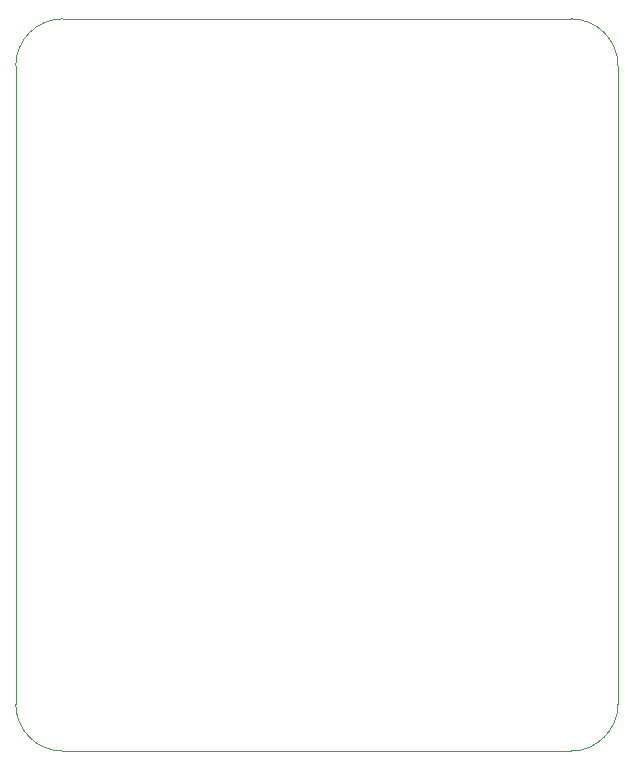
<source format=gm1>
G04 #@! TF.GenerationSoftware,KiCad,Pcbnew,7.0.8*
G04 #@! TF.CreationDate,2024-02-01T00:15:38-07:00*
G04 #@! TF.ProjectId,SDM24-Shifter,53444d32-342d-4536-9869-667465722e6b,rev?*
G04 #@! TF.SameCoordinates,Original*
G04 #@! TF.FileFunction,Profile,NP*
%FSLAX46Y46*%
G04 Gerber Fmt 4.6, Leading zero omitted, Abs format (unit mm)*
G04 Created by KiCad (PCBNEW 7.0.8) date 2024-02-01 00:15:38*
%MOMM*%
%LPD*%
G01*
G04 APERTURE LIST*
G04 #@! TA.AperFunction,Profile*
%ADD10C,0.100000*%
G04 #@! TD*
G04 APERTURE END LIST*
D10*
X166000000Y-50000000D02*
G75*
G03*
X162000000Y-46000000I-4000000J0D01*
G01*
X162000000Y-108000000D02*
X119000000Y-108000000D01*
X166000000Y-50000000D02*
X166000000Y-104000000D01*
X162000000Y-108000000D02*
G75*
G03*
X166000000Y-104000000I0J4000000D01*
G01*
X115000000Y-104000000D02*
G75*
G03*
X119000000Y-108000000I4000000J0D01*
G01*
X119000000Y-46000000D02*
X162000000Y-46000000D01*
X119000000Y-46000000D02*
G75*
G03*
X115000000Y-50000000I0J-4000000D01*
G01*
X115000000Y-104000000D02*
X115000000Y-50000000D01*
M02*

</source>
